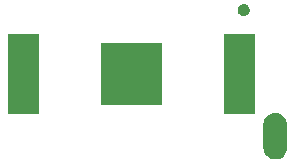
<source format=gbr>
G04 #@! TF.FileFunction,Soldermask,Bot*
%FSLAX46Y46*%
G04 Gerber Fmt 4.6, Leading zero omitted, Abs format (unit mm)*
G04 Created by KiCad (PCBNEW 4.0.7) date Monday, September 16, 2019 'PMt' 11:11:56 PM*
%MOMM*%
%LPD*%
G01*
G04 APERTURE LIST*
%ADD10C,0.100000*%
G04 APERTURE END LIST*
D10*
G36*
X130503728Y-117117227D02*
X130503731Y-117117228D01*
X130503741Y-117117229D01*
X130690794Y-117175132D01*
X130863038Y-117268264D01*
X131013912Y-117393077D01*
X131137670Y-117544819D01*
X131229597Y-117717709D01*
X131286192Y-117905162D01*
X131305300Y-118100037D01*
X131305300Y-120023963D01*
X131305202Y-120037971D01*
X131283375Y-120232561D01*
X131224168Y-120419205D01*
X131129836Y-120590794D01*
X131003972Y-120740793D01*
X130851370Y-120863489D01*
X130677843Y-120954207D01*
X130490000Y-121009492D01*
X130489995Y-121009492D01*
X130489990Y-121009494D01*
X130334055Y-121023684D01*
X130294996Y-121027239D01*
X130294993Y-121027239D01*
X130100272Y-121006773D01*
X130100269Y-121006772D01*
X130100259Y-121006771D01*
X129913206Y-120948868D01*
X129740962Y-120855736D01*
X129590088Y-120730923D01*
X129466330Y-120579181D01*
X129374403Y-120406291D01*
X129317808Y-120218838D01*
X129298700Y-120023963D01*
X129298700Y-118100037D01*
X129298798Y-118086029D01*
X129320625Y-117891439D01*
X129379832Y-117704795D01*
X129474164Y-117533206D01*
X129600028Y-117383207D01*
X129752630Y-117260511D01*
X129926157Y-117169793D01*
X130114000Y-117114508D01*
X130114005Y-117114508D01*
X130114010Y-117114506D01*
X130269945Y-117100316D01*
X130309005Y-117096761D01*
X130309007Y-117096761D01*
X130503728Y-117117227D01*
X130503728Y-117117227D01*
G37*
G36*
X128574800Y-117144800D02*
X125933200Y-117144800D01*
X125933200Y-110439200D01*
X128574800Y-110439200D01*
X128574800Y-117144800D01*
X128574800Y-117144800D01*
G37*
G36*
X110286800Y-117144800D02*
X107645200Y-117144800D01*
X107645200Y-110439200D01*
X110286800Y-110439200D01*
X110286800Y-117144800D01*
X110286800Y-117144800D01*
G37*
G36*
X120700800Y-116382800D02*
X115519200Y-116382800D01*
X115519200Y-111201200D01*
X120700800Y-111201200D01*
X120700800Y-116382800D01*
X120700800Y-116382800D01*
G37*
G36*
X127687689Y-107858639D02*
X127784061Y-107878422D01*
X127874751Y-107916544D01*
X127956311Y-107971557D01*
X128025635Y-108041367D01*
X128080073Y-108123304D01*
X128117564Y-108214264D01*
X128136654Y-108310677D01*
X128136654Y-108310681D01*
X128136671Y-108310767D01*
X128135102Y-108423134D01*
X128135084Y-108423213D01*
X128135084Y-108423224D01*
X128113308Y-108519066D01*
X128073294Y-108608940D01*
X128016583Y-108689333D01*
X127945342Y-108757175D01*
X127862280Y-108809887D01*
X127770553Y-108845466D01*
X127673672Y-108862549D01*
X127575317Y-108860488D01*
X127479230Y-108839362D01*
X127389082Y-108799977D01*
X127308296Y-108743830D01*
X127239957Y-108673062D01*
X127186664Y-108590368D01*
X127150448Y-108498898D01*
X127132690Y-108402140D01*
X127134064Y-108303763D01*
X127154516Y-108207540D01*
X127193273Y-108117115D01*
X127248852Y-108035942D01*
X127319144Y-107967108D01*
X127401465Y-107913239D01*
X127492676Y-107876387D01*
X127589313Y-107857953D01*
X127687689Y-107858639D01*
X127687689Y-107858639D01*
G37*
M02*

</source>
